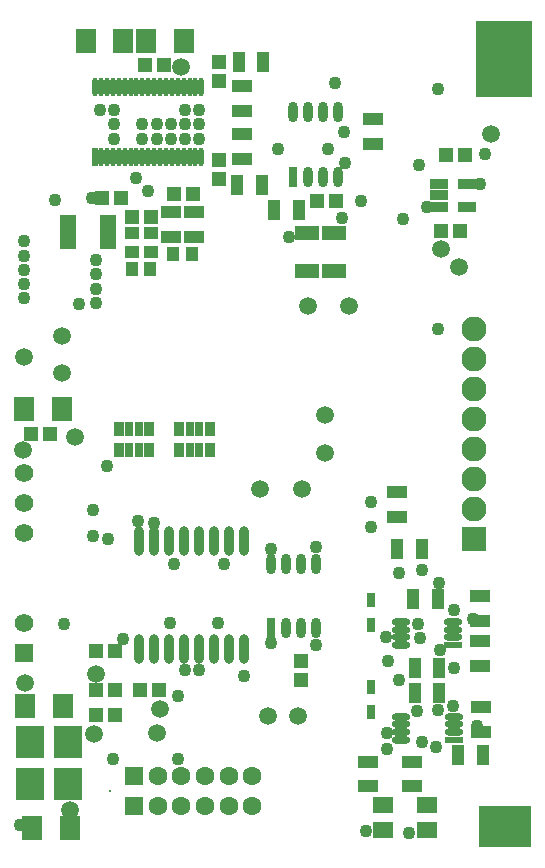
<source format=gts>
G04 Layer_Color=8388736*
%FSLAX44Y44*%
%MOMM*%
G71*
G01*
G75*
%ADD38R,4.8000X6.5000*%
%ADD59R,1.2032X1.3032*%
%ADD60O,0.4826X1.6032*%
%ADD61R,0.4826X1.6032*%
%ADD62R,1.7032X1.1032*%
%ADD63R,1.1032X1.7032*%
%ADD64R,0.9032X1.3032*%
%ADD65R,0.6532X1.3032*%
%ADD66R,1.7018X1.3970*%
%ADD67R,0.6532X1.2532*%
%ADD68R,2.0532X1.3032*%
%ADD69R,1.0032X1.2532*%
%ADD70R,1.2532X1.0032*%
%ADD71R,2.3876X2.8002*%
%ADD72O,0.8032X1.7532*%
%ADD73R,0.8032X1.7532*%
%ADD74O,0.8032X2.5032*%
%ADD75R,1.5532X0.6223*%
%ADD76O,1.5532X0.6223*%
%ADD77R,1.5032X0.9032*%
%ADD78R,1.6532X2.1032*%
%ADD79R,1.3032X1.2032*%
%ADD80R,1.3532X3.0032*%
%ADD81C,2.1032*%
%ADD82R,2.1032X2.1032*%
%ADD83C,1.5632*%
%ADD84R,1.5632X1.5632*%
%ADD85R,1.6032X1.6032*%
%ADD86C,1.6032*%
%ADD87C,0.2032*%
%ADD88C,1.5032*%
%ADD89C,1.1032*%
G36*
X449000Y-50000D02*
X405000D01*
Y-15000D01*
X449000D01*
Y-50000D01*
D02*
G37*
D38*
X426000Y617500D02*
D03*
D59*
X26000Y300000D02*
D03*
X42000D02*
D03*
X389000Y472000D02*
D03*
X373000D02*
D03*
X393000Y536000D02*
D03*
X377000D02*
D03*
X134000Y83000D02*
D03*
X118000D02*
D03*
X284000Y497000D02*
D03*
X268000D02*
D03*
X81000Y116000D02*
D03*
X97000D02*
D03*
X138000Y612000D02*
D03*
X122000D02*
D03*
X163000Y503000D02*
D03*
X147000D02*
D03*
X81000Y62000D02*
D03*
X97000D02*
D03*
X81000Y83000D02*
D03*
X97000D02*
D03*
X127000Y484000D02*
D03*
X111000D02*
D03*
X102000Y500000D02*
D03*
X86000D02*
D03*
D60*
X170000Y593500D02*
D03*
X165000D02*
D03*
X160000D02*
D03*
X155000D02*
D03*
X150000D02*
D03*
X145000D02*
D03*
X140000D02*
D03*
X135000D02*
D03*
X130000D02*
D03*
X125000D02*
D03*
X120000D02*
D03*
X115000D02*
D03*
X110000D02*
D03*
X105000D02*
D03*
X100000D02*
D03*
X95000D02*
D03*
X90000D02*
D03*
X85000D02*
D03*
X80000D02*
D03*
X170000Y534500D02*
D03*
X165000D02*
D03*
X160000D02*
D03*
X155000D02*
D03*
X150000D02*
D03*
X145000D02*
D03*
X140000D02*
D03*
X135000D02*
D03*
X130000D02*
D03*
X125000D02*
D03*
X120000D02*
D03*
X115000D02*
D03*
X110000D02*
D03*
X105000D02*
D03*
X100000D02*
D03*
X95000D02*
D03*
X90000D02*
D03*
X85000D02*
D03*
D61*
X80000D02*
D03*
D62*
X407000Y47500D02*
D03*
Y68500D02*
D03*
X348000Y22500D02*
D03*
Y1500D02*
D03*
X311000Y22500D02*
D03*
Y1500D02*
D03*
X406000Y141500D02*
D03*
Y162500D02*
D03*
Y103500D02*
D03*
Y124500D02*
D03*
X336000Y250500D02*
D03*
Y229500D02*
D03*
X204253Y533000D02*
D03*
Y554000D02*
D03*
X164000Y487500D02*
D03*
Y466500D02*
D03*
X204253Y594500D02*
D03*
Y573500D02*
D03*
X315000Y566500D02*
D03*
Y545500D02*
D03*
X144000Y487500D02*
D03*
Y466500D02*
D03*
D63*
X370500Y160000D02*
D03*
X349500D02*
D03*
X350500Y102000D02*
D03*
X371500D02*
D03*
X408500Y28000D02*
D03*
X387500D02*
D03*
X371500Y81000D02*
D03*
X350500D02*
D03*
X335500Y203000D02*
D03*
X356500D02*
D03*
X200500Y511000D02*
D03*
X221500D02*
D03*
X231500Y490000D02*
D03*
X252500D02*
D03*
X201500Y615000D02*
D03*
X222500D02*
D03*
D64*
X176950Y304000D02*
D03*
X151050D02*
D03*
X176950Y286000D02*
D03*
X151050D02*
D03*
X125950Y304000D02*
D03*
X100050D02*
D03*
X125950Y286000D02*
D03*
X100050D02*
D03*
D65*
X168000Y304000D02*
D03*
X160000D02*
D03*
X168000Y286000D02*
D03*
X160000D02*
D03*
X117000Y304000D02*
D03*
X109000D02*
D03*
X117000Y286000D02*
D03*
X109000D02*
D03*
D66*
X361000Y-35414D02*
D03*
Y-14586D02*
D03*
X324000Y-35414D02*
D03*
Y-14586D02*
D03*
D67*
X314000Y85500D02*
D03*
Y64500D02*
D03*
Y159500D02*
D03*
Y138500D02*
D03*
D68*
X282000Y470000D02*
D03*
Y438000D02*
D03*
X259000Y470000D02*
D03*
Y438000D02*
D03*
D69*
X161750Y452000D02*
D03*
X146250D02*
D03*
X126750Y440000D02*
D03*
X111250D02*
D03*
D70*
X127000Y454250D02*
D03*
Y469750D02*
D03*
X111000Y454250D02*
D03*
Y469750D02*
D03*
D71*
X25252Y3220D02*
D03*
X56748D02*
D03*
X25252Y38780D02*
D03*
X56748D02*
D03*
D72*
X267050Y190250D02*
D03*
X254350D02*
D03*
X241650D02*
D03*
X228950D02*
D03*
X267050Y135750D02*
D03*
X254350D02*
D03*
X241650D02*
D03*
X286050Y572250D02*
D03*
X273350D02*
D03*
X260650D02*
D03*
X247950D02*
D03*
X286050Y517750D02*
D03*
X273350D02*
D03*
X260650D02*
D03*
D73*
X228950Y135750D02*
D03*
X247950Y517750D02*
D03*
D74*
X206450Y209750D02*
D03*
X193750D02*
D03*
X181050D02*
D03*
X168350D02*
D03*
X155650D02*
D03*
X142950D02*
D03*
X130250D02*
D03*
X117550D02*
D03*
X206450Y118250D02*
D03*
X193750D02*
D03*
X181050D02*
D03*
X168350D02*
D03*
X155650D02*
D03*
X142950D02*
D03*
X130250D02*
D03*
X117550D02*
D03*
D75*
X383747Y41250D02*
D03*
X383250Y121250D02*
D03*
D76*
X383747Y47750D02*
D03*
Y54250D02*
D03*
Y60750D02*
D03*
X339248Y41250D02*
D03*
Y47750D02*
D03*
Y54250D02*
D03*
Y60750D02*
D03*
X383250Y127750D02*
D03*
Y134250D02*
D03*
Y140750D02*
D03*
X338750Y121250D02*
D03*
Y127750D02*
D03*
Y134250D02*
D03*
Y140750D02*
D03*
D77*
X395000Y511500D02*
D03*
Y492500D02*
D03*
X371000D02*
D03*
Y502000D02*
D03*
Y511500D02*
D03*
D78*
X27000Y-34000D02*
D03*
X59000D02*
D03*
X20000Y321000D02*
D03*
X52000D02*
D03*
X21000Y70000D02*
D03*
X53000D02*
D03*
X155000Y633000D02*
D03*
X123000D02*
D03*
X104000D02*
D03*
X72000D02*
D03*
D79*
X254000Y92000D02*
D03*
Y108000D02*
D03*
X185000Y532000D02*
D03*
Y516000D02*
D03*
Y599000D02*
D03*
Y615000D02*
D03*
D80*
X56750Y471000D02*
D03*
X91250D02*
D03*
D81*
X401000Y337800D02*
D03*
Y312400D02*
D03*
Y236200D02*
D03*
Y261600D02*
D03*
Y287000D02*
D03*
Y363200D02*
D03*
Y388600D02*
D03*
D82*
Y210800D02*
D03*
D83*
X20000Y267000D02*
D03*
Y241600D02*
D03*
Y216200D02*
D03*
Y140000D02*
D03*
D84*
Y114600D02*
D03*
D85*
X113000Y10000D02*
D03*
Y-15000D02*
D03*
D86*
X133000Y10000D02*
D03*
X153000D02*
D03*
X173000D02*
D03*
X193000D02*
D03*
X213000D02*
D03*
X133000Y-15000D02*
D03*
X153000D02*
D03*
X173000D02*
D03*
X193000D02*
D03*
X213000D02*
D03*
D87*
X93000Y-2700D02*
D03*
X412000Y-33000D02*
D03*
Y-21000D02*
D03*
Y-45000D02*
D03*
X428000D02*
D03*
Y-21000D02*
D03*
Y-33000D02*
D03*
X444000D02*
D03*
Y-21000D02*
D03*
Y-45000D02*
D03*
X443000Y619000D02*
D03*
Y643000D02*
D03*
Y631000D02*
D03*
X427000D02*
D03*
Y643000D02*
D03*
Y619000D02*
D03*
X411000D02*
D03*
Y643000D02*
D03*
Y631000D02*
D03*
Y607000D02*
D03*
X427000D02*
D03*
X443000D02*
D03*
X411000Y594000D02*
D03*
X427000D02*
D03*
X443000D02*
D03*
D88*
X132000Y47000D02*
D03*
X18750Y286250D02*
D03*
X63000Y297000D02*
D03*
X20000Y365020D02*
D03*
X72000Y632000D02*
D03*
X122000D02*
D03*
X153000Y611000D02*
D03*
X21000Y89000D02*
D03*
X59000Y-18000D02*
D03*
X79000Y46000D02*
D03*
X135000Y67000D02*
D03*
X81000Y97000D02*
D03*
X252000Y61000D02*
D03*
X226000Y61000D02*
D03*
X220000Y253000D02*
D03*
X255000D02*
D03*
X388000Y441000D02*
D03*
X372500Y456500D02*
D03*
X414999Y553999D02*
D03*
X295000Y408000D02*
D03*
X260000D02*
D03*
X275000Y284000D02*
D03*
Y316000D02*
D03*
X52000Y352000D02*
D03*
X52000Y383000D02*
D03*
D89*
X150000Y25000D02*
D03*
X150000Y78000D02*
D03*
X206000Y95000D02*
D03*
X95000Y25000D02*
D03*
X341000Y482000D02*
D03*
X283000Y597000D02*
D03*
X277000Y541000D02*
D03*
X235000D02*
D03*
X370000Y592000D02*
D03*
X304999Y496999D02*
D03*
X370000Y389000D02*
D03*
X357000Y185000D02*
D03*
X168000Y574000D02*
D03*
Y562000D02*
D03*
Y550000D02*
D03*
X156000Y574000D02*
D03*
Y562000D02*
D03*
Y550000D02*
D03*
X144000Y562000D02*
D03*
Y550000D02*
D03*
X132000Y562000D02*
D03*
Y550000D02*
D03*
X120000Y562000D02*
D03*
Y550000D02*
D03*
X96000Y574000D02*
D03*
Y562000D02*
D03*
Y550000D02*
D03*
X84000Y574000D02*
D03*
X328000Y108000D02*
D03*
X337000Y92000D02*
D03*
Y182000D02*
D03*
X326000Y128000D02*
D03*
X354000Y528000D02*
D03*
X138000Y612000D02*
D03*
X20000Y463000D02*
D03*
X346000Y-38000D02*
D03*
X314000Y242000D02*
D03*
Y221000D02*
D03*
X371999Y117000D02*
D03*
X327000Y33000D02*
D03*
X326999Y47000D02*
D03*
X357000Y39000D02*
D03*
X354999Y127000D02*
D03*
X353000Y139000D02*
D03*
X352460Y65111D02*
D03*
X369999Y66000D02*
D03*
X403000Y53000D02*
D03*
X400000Y143000D02*
D03*
X371000Y174000D02*
D03*
X369000Y35000D02*
D03*
X382999Y70000D02*
D03*
X384000Y102000D02*
D03*
Y151000D02*
D03*
X90000Y273000D02*
D03*
X104000Y126000D02*
D03*
X54000Y139000D02*
D03*
X156000Y100000D02*
D03*
X168000D02*
D03*
X267000Y121000D02*
D03*
X229000Y123000D02*
D03*
X143000Y140000D02*
D03*
X184000D02*
D03*
X130000Y225000D02*
D03*
X116000Y226000D02*
D03*
X147000Y190000D02*
D03*
X189000D02*
D03*
X78000Y214000D02*
D03*
X91000Y211000D02*
D03*
X78000Y236000D02*
D03*
X267000Y204000D02*
D03*
X229000Y203000D02*
D03*
X115000Y516540D02*
D03*
X125000Y506000D02*
D03*
X77000Y500000D02*
D03*
X46000Y498000D02*
D03*
X291000Y556000D02*
D03*
X292000Y529000D02*
D03*
X289000Y483000D02*
D03*
X244000Y467000D02*
D03*
X410000Y537000D02*
D03*
X406000Y512000D02*
D03*
X361000Y492000D02*
D03*
X81000Y447500D02*
D03*
X81000Y434999D02*
D03*
Y422999D02*
D03*
Y410999D02*
D03*
X66000Y410000D02*
D03*
X20000Y451000D02*
D03*
X20000Y438999D02*
D03*
Y426999D02*
D03*
X20000Y415000D02*
D03*
X309000Y-36000D02*
D03*
X16000Y-31000D02*
D03*
M02*

</source>
